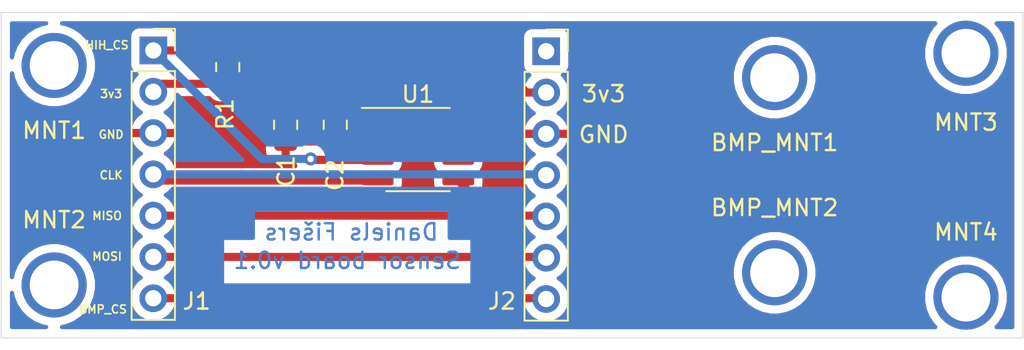
<source format=kicad_pcb>
(kicad_pcb (version 20171130) (host pcbnew "(5.1.2)-2")

  (general
    (thickness 1.6)
    (drawings 19)
    (tracks 33)
    (zones 0)
    (modules 12)
    (nets 12)
  )

  (page A4)
  (layers
    (0 F.Cu signal)
    (31 B.Cu signal)
    (32 B.Adhes user)
    (33 F.Adhes user)
    (34 B.Paste user)
    (35 F.Paste user)
    (36 B.SilkS user)
    (37 F.SilkS user)
    (38 B.Mask user)
    (39 F.Mask user)
    (40 Dwgs.User user)
    (41 Cmts.User user)
    (42 Eco1.User user)
    (43 Eco2.User user)
    (44 Edge.Cuts user)
    (45 Margin user)
    (46 B.CrtYd user)
    (47 F.CrtYd user)
    (48 B.Fab user)
    (49 F.Fab user hide)
  )

  (setup
    (last_trace_width 0.25)
    (trace_clearance 0.2)
    (zone_clearance 0.508)
    (zone_45_only no)
    (trace_min 0.2)
    (via_size 0.8)
    (via_drill 0.4)
    (via_min_size 0.4)
    (via_min_drill 0.3)
    (uvia_size 0.3)
    (uvia_drill 0.1)
    (uvias_allowed no)
    (uvia_min_size 0.2)
    (uvia_min_drill 0.1)
    (edge_width 0.05)
    (segment_width 0.2)
    (pcb_text_width 0.3)
    (pcb_text_size 1.5 1.5)
    (mod_edge_width 0.12)
    (mod_text_size 1 1)
    (mod_text_width 0.15)
    (pad_size 4 4)
    (pad_drill 3)
    (pad_to_mask_clearance 0.051)
    (solder_mask_min_width 0.25)
    (aux_axis_origin 0 0)
    (visible_elements 7FFFFFFF)
    (pcbplotparams
      (layerselection 0x010f0_ffffffff)
      (usegerberextensions false)
      (usegerberattributes false)
      (usegerberadvancedattributes false)
      (creategerberjobfile false)
      (excludeedgelayer true)
      (linewidth 0.100000)
      (plotframeref false)
      (viasonmask false)
      (mode 1)
      (useauxorigin false)
      (hpglpennumber 1)
      (hpglpenspeed 20)
      (hpglpendiameter 15.000000)
      (psnegative false)
      (psa4output false)
      (plotreference true)
      (plotvalue true)
      (plotinvisibletext false)
      (padsonsilk false)
      (subtractmaskfromsilk false)
      (outputformat 1)
      (mirror false)
      (drillshape 0)
      (scaleselection 1)
      (outputdirectory "Gerber/"))
  )

  (net 0 "")
  (net 1 VCC)
  (net 2 GND)
  (net 3 "Net-(C2-Pad2)")
  (net 4 /BMP280_CS)
  (net 5 /MOSI)
  (net 6 /MISO)
  (net 7 /CLK)
  (net 8 "Net-(J1-Pad1)")
  (net 9 "Net-(J2-Pad1)")
  (net 10 "Net-(U1-Pad7)")
  (net 11 "Net-(U1-Pad6)")

  (net_class Default "This is the default net class."
    (clearance 0.2)
    (trace_width 0.25)
    (via_dia 0.8)
    (via_drill 0.4)
    (uvia_dia 0.3)
    (uvia_drill 0.1)
    (add_net /BMP280_CS)
    (add_net /CLK)
    (add_net /MISO)
    (add_net /MOSI)
    (add_net GND)
    (add_net "Net-(C2-Pad2)")
    (add_net "Net-(J1-Pad1)")
    (add_net "Net-(J2-Pad1)")
    (add_net "Net-(U1-Pad6)")
    (add_net "Net-(U1-Pad7)")
    (add_net VCC)
  )

  (module MountingHole:MountingHole_3mm_Pad (layer F.Cu) (tedit 5D2F15DA) (tstamp 5D2F443B)
    (at 91.5 34.5)
    (descr "Mounting Hole 3mm")
    (tags "mounting hole 3mm")
    (attr virtual)
    (fp_text reference BMP_MNT2 (at 0 -4) (layer F.SilkS)
      (effects (font (size 1 1) (thickness 0.15)))
    )
    (fp_text value MountingHole_3mm_Pad (at 0 4) (layer F.Fab)
      (effects (font (size 1 1) (thickness 0.15)))
    )
    (fp_circle (center 0 0) (end 3.25 0) (layer F.CrtYd) (width 0.05))
    (fp_circle (center 0 0) (end 3 0) (layer Cmts.User) (width 0.15))
    (fp_text user %R (at 0.3 0) (layer F.Fab)
      (effects (font (size 1 1) (thickness 0.15)))
    )
    (pad 2 thru_hole circle (at 0 0) (size 4 4) (drill 3) (layers *.Cu *.Mask))
  )

  (module MountingHole:MountingHole_3mm_Pad (layer F.Cu) (tedit 5D2F15D5) (tstamp 5D2F4424)
    (at 91.5 22.5)
    (descr "Mounting Hole 3mm")
    (tags "mounting hole 3mm")
    (attr virtual)
    (fp_text reference BMP_MNT1 (at 0 4) (layer F.SilkS)
      (effects (font (size 1 1) (thickness 0.15)))
    )
    (fp_text value MountingHole_3mm_Pad (at 0 4) (layer F.Fab)
      (effects (font (size 1 1) (thickness 0.15)))
    )
    (fp_text user %R (at 0.3 0) (layer F.Fab)
      (effects (font (size 1 1) (thickness 0.15)))
    )
    (fp_circle (center 0 0) (end 3 0) (layer Cmts.User) (width 0.15))
    (fp_circle (center 0 0) (end 3.25 0) (layer F.CrtYd) (width 0.05))
    (pad 1 thru_hole circle (at 0 0) (size 4 4) (drill 3) (layers *.Cu *.Mask))
  )

  (module Package_SO:SOIC-8_3.9x4.9mm_P1.27mm (layer F.Cu) (tedit 5D2F106C) (tstamp 5D2F1328)
    (at 69.596 26.924)
    (descr "SOIC, 8 Pin (JEDEC MS-012AA, https://www.analog.com/media/en/package-pcb-resources/package/pkg_pdf/soic_narrow-r/r_8.pdf), generated with kicad-footprint-generator ipc_gullwing_generator.py")
    (tags "SOIC SO")
    (path /5D2E2E9A)
    (attr smd)
    (fp_text reference U1 (at 0 -3.4) (layer F.SilkS)
      (effects (font (size 1 1) (thickness 0.15)))
    )
    (fp_text value HIH8130 (at 0 3.4) (layer F.Fab)
      (effects (font (size 1 1) (thickness 0.15)))
    )
    (fp_text user %R (at 0 0) (layer F.Fab)
      (effects (font (size 0.98 0.98) (thickness 0.15)))
    )
    (fp_line (start 3.7 -2.7) (end -3.7 -2.7) (layer F.CrtYd) (width 0.05))
    (fp_line (start 3.7 2.7) (end 3.7 -2.7) (layer F.CrtYd) (width 0.05))
    (fp_line (start -3.7 2.7) (end 3.7 2.7) (layer F.CrtYd) (width 0.05))
    (fp_line (start -3.7 -2.7) (end -3.7 2.7) (layer F.CrtYd) (width 0.05))
    (fp_line (start -1.95 -1.475) (end -0.975 -2.45) (layer F.Fab) (width 0.1))
    (fp_line (start -1.95 2.45) (end -1.95 -1.475) (layer F.Fab) (width 0.1))
    (fp_line (start 1.95 2.45) (end -1.95 2.45) (layer F.Fab) (width 0.1))
    (fp_line (start 1.95 -2.45) (end 1.95 2.45) (layer F.Fab) (width 0.1))
    (fp_line (start -0.975 -2.45) (end 1.95 -2.45) (layer F.Fab) (width 0.1))
    (fp_line (start 0 -2.56) (end -3.45 -2.56) (layer F.SilkS) (width 0.12))
    (fp_line (start 0 -2.56) (end 1.95 -2.56) (layer F.SilkS) (width 0.12))
    (fp_line (start 0 2.56) (end -1.95 2.56) (layer F.SilkS) (width 0.12))
    (fp_line (start 0 2.56) (end 1.95 2.56) (layer F.SilkS) (width 0.12))
    (pad 8 smd roundrect (at 2.475 -1.905) (size 1.95 0.6) (layers F.Cu F.Paste F.Mask) (roundrect_rratio 0.25)
      (net 1 VCC))
    (pad 7 smd roundrect (at 2.475 -0.635) (size 1.95 0.6) (layers F.Cu F.Paste F.Mask) (roundrect_rratio 0.25)
      (net 10 "Net-(U1-Pad7)"))
    (pad 6 smd roundrect (at 2.475 0.635) (size 1.95 0.6) (layers F.Cu F.Paste F.Mask) (roundrect_rratio 0.25)
      (net 11 "Net-(U1-Pad6)"))
    (pad 5 smd roundrect (at 2.475 1.905) (size 1.95 0.6) (layers F.Cu F.Paste F.Mask) (roundrect_rratio 0.25)
      (net 6 /MISO))
    (pad 4 smd roundrect (at -2.475 1.905) (size 1.95 0.6) (layers F.Cu F.Paste F.Mask) (roundrect_rratio 0.25)
      (net 7 /CLK))
    (pad 3 smd roundrect (at -2.475 0.635) (size 1.95 0.6) (layers F.Cu F.Paste F.Mask) (roundrect_rratio 0.25)
      (net 8 "Net-(J1-Pad1)"))
    (pad 2 smd roundrect (at -2.475 -0.635) (size 1.95 0.6) (layers F.Cu F.Paste F.Mask) (roundrect_rratio 0.25)
      (net 2 GND))
    (pad 1 smd roundrect (at -2.475 -1.905) (size 1.95 0.6) (layers F.Cu F.Paste F.Mask) (roundrect_rratio 0.25)
      (net 3 "Net-(C2-Pad2)"))
    (model ${KISYS3DMOD}/Package_SO.3dshapes/SOIC-8_3.9x4.9mm_P1.27mm.wrl
      (at (xyz 0 0 0))
      (scale (xyz 1 1 1))
      (rotate (xyz 0 0 0))
    )
  )

  (module MountingHole:MountingHole_3mm_Pad (layer F.Cu) (tedit 5D2F0628) (tstamp 5D2F3EB8)
    (at 103.25 21)
    (descr "Mounting Hole 3mm")
    (tags "mounting hole 3mm")
    (attr virtual)
    (fp_text reference MNT3 (at 0 4.25) (layer F.SilkS)
      (effects (font (size 1 1) (thickness 0.15)))
    )
    (fp_text value MountingHole_3mm_Pad (at 0 4) (layer F.Fab)
      (effects (font (size 1 1) (thickness 0.15)))
    )
    (fp_text user %R (at 0.3 0) (layer F.Fab)
      (effects (font (size 1 1) (thickness 0.15)))
    )
    (fp_circle (center 0 0) (end 3 0) (layer Cmts.User) (width 0.15))
    (fp_circle (center 0 0) (end 3.25 0) (layer F.CrtYd) (width 0.05))
    (pad 3 thru_hole circle (at 0 0) (size 4 4) (drill 3) (layers *.Cu *.Mask))
  )

  (module MountingHole:MountingHole_3mm_Pad (layer F.Cu) (tedit 5D2F062E) (tstamp 5D2F3EB1)
    (at 103.25 36)
    (descr "Mounting Hole 3mm")
    (tags "mounting hole 3mm")
    (attr virtual)
    (fp_text reference MNT4 (at 0 -4) (layer F.SilkS)
      (effects (font (size 1 1) (thickness 0.15)))
    )
    (fp_text value MountingHole_3mm_Pad (at 0 4) (layer F.Fab)
      (effects (font (size 1 1) (thickness 0.15)))
    )
    (fp_circle (center 0 0) (end 3.25 0) (layer F.CrtYd) (width 0.05))
    (fp_circle (center 0 0) (end 3 0) (layer Cmts.User) (width 0.15))
    (fp_text user %R (at 0.3 0) (layer F.Fab)
      (effects (font (size 1 1) (thickness 0.15)))
    )
    (pad 4 thru_hole circle (at 0 0) (size 4 4) (drill 3) (layers *.Cu *.Mask))
  )

  (module MountingHole:MountingHole_3mm_Pad (layer F.Cu) (tedit 5D2F0241) (tstamp 5D2F3DB9)
    (at 47.25 35.25)
    (descr "Mounting Hole 3mm")
    (tags "mounting hole 3mm")
    (attr virtual)
    (fp_text reference MNT2 (at 0 -4) (layer F.SilkS)
      (effects (font (size 1 1) (thickness 0.15)))
    )
    (fp_text value MountingHole_3mm_Pad (at 0 4) (layer F.Fab)
      (effects (font (size 1 1) (thickness 0.15)))
    )
    (fp_text user %R (at 0.3 0) (layer F.Fab)
      (effects (font (size 1 1) (thickness 0.15)))
    )
    (fp_circle (center 0 0) (end 3 0) (layer Cmts.User) (width 0.15))
    (fp_circle (center 0 0) (end 3.25 0) (layer F.CrtYd) (width 0.05))
    (pad 2 thru_hole circle (at 0 0) (size 4 4) (drill 3) (layers *.Cu *.Mask))
  )

  (module MountingHole:MountingHole_3mm_Pad (layer F.Cu) (tedit 5D2F01B9) (tstamp 5D2F3DA0)
    (at 47.25 21.75)
    (descr "Mounting Hole 3mm")
    (tags "mounting hole 3mm")
    (attr virtual)
    (fp_text reference MNT1 (at 0 4) (layer F.SilkS)
      (effects (font (size 1 1) (thickness 0.15)))
    )
    (fp_text value MountingHole_3mm_Pad (at 0 4) (layer F.Fab)
      (effects (font (size 1 1) (thickness 0.15)))
    )
    (fp_circle (center 0 0) (end 3.25 0) (layer F.CrtYd) (width 0.05))
    (fp_circle (center 0 0) (end 3 0) (layer Cmts.User) (width 0.15))
    (fp_text user %R (at 0.3 0) (layer F.Fab)
      (effects (font (size 1 1) (thickness 0.15)))
    )
    (pad 1 thru_hole circle (at 0 0) (size 4 4) (drill 3) (layers *.Cu *.Mask))
  )

  (module Resistor_SMD:R_0805_2012Metric_Pad1.15x1.40mm_HandSolder (layer F.Cu) (tedit 5B36C52B) (tstamp 5D2F130E)
    (at 57.912 21.853 90)
    (descr "Resistor SMD 0805 (2012 Metric), square (rectangular) end terminal, IPC_7351 nominal with elongated pad for handsoldering. (Body size source: https://docs.google.com/spreadsheets/d/1BsfQQcO9C6DZCsRaXUlFlo91Tg2WpOkGARC1WS5S8t0/edit?usp=sharing), generated with kicad-footprint-generator")
    (tags "resistor handsolder")
    (path /5D30D206)
    (attr smd)
    (fp_text reference R1 (at -2.897 -0.162 90) (layer F.SilkS)
      (effects (font (size 1 1) (thickness 0.15)))
    )
    (fp_text value R_Small (at 0 1.65 90) (layer F.Fab)
      (effects (font (size 1 1) (thickness 0.15)))
    )
    (fp_text user %R (at 0 0 90) (layer F.Fab)
      (effects (font (size 0.5 0.5) (thickness 0.08)))
    )
    (fp_line (start 1.85 0.95) (end -1.85 0.95) (layer F.CrtYd) (width 0.05))
    (fp_line (start 1.85 -0.95) (end 1.85 0.95) (layer F.CrtYd) (width 0.05))
    (fp_line (start -1.85 -0.95) (end 1.85 -0.95) (layer F.CrtYd) (width 0.05))
    (fp_line (start -1.85 0.95) (end -1.85 -0.95) (layer F.CrtYd) (width 0.05))
    (fp_line (start -0.261252 0.71) (end 0.261252 0.71) (layer F.SilkS) (width 0.12))
    (fp_line (start -0.261252 -0.71) (end 0.261252 -0.71) (layer F.SilkS) (width 0.12))
    (fp_line (start 1 0.6) (end -1 0.6) (layer F.Fab) (width 0.1))
    (fp_line (start 1 -0.6) (end 1 0.6) (layer F.Fab) (width 0.1))
    (fp_line (start -1 -0.6) (end 1 -0.6) (layer F.Fab) (width 0.1))
    (fp_line (start -1 0.6) (end -1 -0.6) (layer F.Fab) (width 0.1))
    (pad 2 smd roundrect (at 1.025 0 90) (size 1.15 1.4) (layers F.Cu F.Paste F.Mask) (roundrect_rratio 0.217391)
      (net 8 "Net-(J1-Pad1)"))
    (pad 1 smd roundrect (at -1.025 0 90) (size 1.15 1.4) (layers F.Cu F.Paste F.Mask) (roundrect_rratio 0.217391)
      (net 1 VCC))
    (model ${KISYS3DMOD}/Resistor_SMD.3dshapes/R_0805_2012Metric.wrl
      (at (xyz 0 0 0))
      (scale (xyz 1 1 1))
      (rotate (xyz 0 0 0))
    )
  )

  (module Connector_PinSocket_2.54mm:PinSocket_1x07_P2.54mm_Vertical (layer F.Cu) (tedit 5A19A433) (tstamp 5D2F12FD)
    (at 77.47 20.875001)
    (descr "Through hole straight socket strip, 1x07, 2.54mm pitch, single row (from Kicad 4.0.7), script generated")
    (tags "Through hole socket strip THT 1x07 2.54mm single row")
    (path /5D30A9DC)
    (fp_text reference J2 (at -2.72 15.374999) (layer F.SilkS)
      (effects (font (size 1 1) (thickness 0.15)))
    )
    (fp_text value bmp280 (at 5.03 15.124999) (layer F.Fab)
      (effects (font (size 1 1) (thickness 0.15)))
    )
    (fp_text user %R (at 1.829999 7.064999 90) (layer F.Fab)
      (effects (font (size 1 1) (thickness 0.15)))
    )
    (fp_line (start -1.8 17) (end -1.8 -1.8) (layer F.CrtYd) (width 0.05))
    (fp_line (start 1.75 17) (end -1.8 17) (layer F.CrtYd) (width 0.05))
    (fp_line (start 1.75 -1.8) (end 1.75 17) (layer F.CrtYd) (width 0.05))
    (fp_line (start -1.8 -1.8) (end 1.75 -1.8) (layer F.CrtYd) (width 0.05))
    (fp_line (start 0 -1.33) (end 1.33 -1.33) (layer F.SilkS) (width 0.12))
    (fp_line (start 1.33 -1.33) (end 1.33 0) (layer F.SilkS) (width 0.12))
    (fp_line (start 1.33 1.27) (end 1.33 16.57) (layer F.SilkS) (width 0.12))
    (fp_line (start -1.33 16.57) (end 1.33 16.57) (layer F.SilkS) (width 0.12))
    (fp_line (start -1.33 1.27) (end -1.33 16.57) (layer F.SilkS) (width 0.12))
    (fp_line (start -1.33 1.27) (end 1.33 1.27) (layer F.SilkS) (width 0.12))
    (fp_line (start -1.27 16.51) (end -1.27 -1.27) (layer F.Fab) (width 0.1))
    (fp_line (start 1.27 16.51) (end -1.27 16.51) (layer F.Fab) (width 0.1))
    (fp_line (start 1.27 -0.635) (end 1.27 16.51) (layer F.Fab) (width 0.1))
    (fp_line (start 0.635 -1.27) (end 1.27 -0.635) (layer F.Fab) (width 0.1))
    (fp_line (start -1.27 -1.27) (end 0.635 -1.27) (layer F.Fab) (width 0.1))
    (pad 7 thru_hole oval (at 0 15.24) (size 1.7 1.7) (drill 1) (layers *.Cu *.Mask)
      (net 4 /BMP280_CS))
    (pad 6 thru_hole oval (at 0 12.7) (size 1.7 1.7) (drill 1) (layers *.Cu *.Mask)
      (net 5 /MOSI))
    (pad 5 thru_hole oval (at 0 10.16) (size 1.7 1.7) (drill 1) (layers *.Cu *.Mask)
      (net 6 /MISO))
    (pad 4 thru_hole oval (at 0 7.62) (size 1.7 1.7) (drill 1) (layers *.Cu *.Mask)
      (net 7 /CLK))
    (pad 3 thru_hole oval (at 0 5.08) (size 1.7 1.7) (drill 1) (layers *.Cu *.Mask)
      (net 2 GND))
    (pad 2 thru_hole oval (at 0 2.54) (size 1.7 1.7) (drill 1) (layers *.Cu *.Mask)
      (net 1 VCC))
    (pad 1 thru_hole rect (at 0 0) (size 1.7 1.7) (drill 1) (layers *.Cu *.Mask)
      (net 9 "Net-(J2-Pad1)"))
    (model ${KISYS3DMOD}/Connector_PinSocket_2.54mm.3dshapes/PinSocket_1x07_P2.54mm_Vertical.wrl
      (at (xyz 0 0 0))
      (scale (xyz 1 1 1))
      (rotate (xyz 0 0 0))
    )
  )

  (module Connector_PinSocket_2.54mm:PinSocket_1x07_P2.54mm_Vertical (layer F.Cu) (tedit 5A19A433) (tstamp 5D2F12E2)
    (at 53.34 20.828)
    (descr "Through hole straight socket strip, 1x07, 2.54mm pitch, single row (from Kicad 4.0.7), script generated")
    (tags "Through hole socket strip THT 1x07 2.54mm single row")
    (path /5D2E4808)
    (fp_text reference J1 (at 2.66 15.422) (layer F.SilkS)
      (effects (font (size 1 1) (thickness 0.15)))
    )
    (fp_text value Conn_01x07_Female (at 9.41 16.672) (layer F.Fab)
      (effects (font (size 1 1) (thickness 0.15)))
    )
    (fp_text user %R (at 0 7.62 90) (layer F.Fab)
      (effects (font (size 1 1) (thickness 0.15)))
    )
    (fp_line (start -1.8 17) (end -1.8 -1.8) (layer F.CrtYd) (width 0.05))
    (fp_line (start 1.75 17) (end -1.8 17) (layer F.CrtYd) (width 0.05))
    (fp_line (start 1.75 -1.8) (end 1.75 17) (layer F.CrtYd) (width 0.05))
    (fp_line (start -1.8 -1.8) (end 1.75 -1.8) (layer F.CrtYd) (width 0.05))
    (fp_line (start 0 -1.33) (end 1.33 -1.33) (layer F.SilkS) (width 0.12))
    (fp_line (start 1.33 -1.33) (end 1.33 0) (layer F.SilkS) (width 0.12))
    (fp_line (start 1.33 1.27) (end 1.33 16.57) (layer F.SilkS) (width 0.12))
    (fp_line (start -1.33 16.57) (end 1.33 16.57) (layer F.SilkS) (width 0.12))
    (fp_line (start -1.33 1.27) (end -1.33 16.57) (layer F.SilkS) (width 0.12))
    (fp_line (start -1.33 1.27) (end 1.33 1.27) (layer F.SilkS) (width 0.12))
    (fp_line (start -1.27 16.51) (end -1.27 -1.27) (layer F.Fab) (width 0.1))
    (fp_line (start 1.27 16.51) (end -1.27 16.51) (layer F.Fab) (width 0.1))
    (fp_line (start 1.27 -0.635) (end 1.27 16.51) (layer F.Fab) (width 0.1))
    (fp_line (start 0.635 -1.27) (end 1.27 -0.635) (layer F.Fab) (width 0.1))
    (fp_line (start -1.27 -1.27) (end 0.635 -1.27) (layer F.Fab) (width 0.1))
    (pad 7 thru_hole oval (at 0 15.24) (size 1.7 1.7) (drill 1) (layers *.Cu *.Mask)
      (net 4 /BMP280_CS))
    (pad 6 thru_hole oval (at 0 12.7) (size 1.7 1.7) (drill 1) (layers *.Cu *.Mask)
      (net 5 /MOSI))
    (pad 5 thru_hole oval (at 0 10.16) (size 1.7 1.7) (drill 1) (layers *.Cu *.Mask)
      (net 6 /MISO))
    (pad 4 thru_hole oval (at 0 7.62) (size 1.7 1.7) (drill 1) (layers *.Cu *.Mask)
      (net 7 /CLK))
    (pad 3 thru_hole oval (at 0 5.08) (size 1.7 1.7) (drill 1) (layers *.Cu *.Mask)
      (net 2 GND))
    (pad 2 thru_hole oval (at 0 2.54) (size 1.7 1.7) (drill 1) (layers *.Cu *.Mask)
      (net 1 VCC))
    (pad 1 thru_hole rect (at 0 0) (size 1.7 1.7) (drill 1) (layers *.Cu *.Mask)
      (net 8 "Net-(J1-Pad1)"))
    (model ${KISYS3DMOD}/Connector_PinSocket_2.54mm.3dshapes/PinSocket_1x07_P2.54mm_Vertical.wrl
      (at (xyz 0 0 0))
      (scale (xyz 1 1 1))
      (rotate (xyz 0 0 0))
    )
  )

  (module Capacitor_SMD:C_0805_2012Metric_Pad1.15x1.40mm_HandSolder (layer F.Cu) (tedit 5B36C52B) (tstamp 5D2F12C7)
    (at 64.516 25.4 90)
    (descr "Capacitor SMD 0805 (2012 Metric), square (rectangular) end terminal, IPC_7351 nominal with elongated pad for handsoldering. (Body size source: https://docs.google.com/spreadsheets/d/1BsfQQcO9C6DZCsRaXUlFlo91Tg2WpOkGARC1WS5S8t0/edit?usp=sharing), generated with kicad-footprint-generator")
    (tags "capacitor handsolder")
    (path /5D2EBE64)
    (attr smd)
    (fp_text reference C2 (at -3.1 -0.016 90) (layer F.SilkS)
      (effects (font (size 1 1) (thickness 0.15)))
    )
    (fp_text value C_Small (at 0 1.65 90) (layer F.Fab)
      (effects (font (size 1 1) (thickness 0.15)))
    )
    (fp_text user %R (at 0 0 90) (layer F.Fab)
      (effects (font (size 0.5 0.5) (thickness 0.08)))
    )
    (fp_line (start 1.85 0.95) (end -1.85 0.95) (layer F.CrtYd) (width 0.05))
    (fp_line (start 1.85 -0.95) (end 1.85 0.95) (layer F.CrtYd) (width 0.05))
    (fp_line (start -1.85 -0.95) (end 1.85 -0.95) (layer F.CrtYd) (width 0.05))
    (fp_line (start -1.85 0.95) (end -1.85 -0.95) (layer F.CrtYd) (width 0.05))
    (fp_line (start -0.261252 0.71) (end 0.261252 0.71) (layer F.SilkS) (width 0.12))
    (fp_line (start -0.261252 -0.71) (end 0.261252 -0.71) (layer F.SilkS) (width 0.12))
    (fp_line (start 1 0.6) (end -1 0.6) (layer F.Fab) (width 0.1))
    (fp_line (start 1 -0.6) (end 1 0.6) (layer F.Fab) (width 0.1))
    (fp_line (start -1 -0.6) (end 1 -0.6) (layer F.Fab) (width 0.1))
    (fp_line (start -1 0.6) (end -1 -0.6) (layer F.Fab) (width 0.1))
    (pad 2 smd roundrect (at 1.025 0 90) (size 1.15 1.4) (layers F.Cu F.Paste F.Mask) (roundrect_rratio 0.217391)
      (net 3 "Net-(C2-Pad2)"))
    (pad 1 smd roundrect (at -1.025 0 90) (size 1.15 1.4) (layers F.Cu F.Paste F.Mask) (roundrect_rratio 0.217391)
      (net 2 GND))
    (model ${KISYS3DMOD}/Capacitor_SMD.3dshapes/C_0805_2012Metric.wrl
      (at (xyz 0 0 0))
      (scale (xyz 1 1 1))
      (rotate (xyz 0 0 0))
    )
  )

  (module Capacitor_SMD:C_0805_2012Metric_Pad1.15x1.40mm_HandSolder (layer F.Cu) (tedit 5B36C52B) (tstamp 5D2F12B6)
    (at 61.468 25.4 90)
    (descr "Capacitor SMD 0805 (2012 Metric), square (rectangular) end terminal, IPC_7351 nominal with elongated pad for handsoldering. (Body size source: https://docs.google.com/spreadsheets/d/1BsfQQcO9C6DZCsRaXUlFlo91Tg2WpOkGARC1WS5S8t0/edit?usp=sharing), generated with kicad-footprint-generator")
    (tags "capacitor handsolder")
    (path /5D302AFD)
    (attr smd)
    (fp_text reference C1 (at -2.85 0.032 90) (layer F.SilkS)
      (effects (font (size 1 1) (thickness 0.15)))
    )
    (fp_text value C_Small (at 0 1.65 90) (layer F.Fab)
      (effects (font (size 1 1) (thickness 0.15)))
    )
    (fp_text user %R (at 0 0 90) (layer F.Fab)
      (effects (font (size 0.5 0.5) (thickness 0.08)))
    )
    (fp_line (start 1.85 0.95) (end -1.85 0.95) (layer F.CrtYd) (width 0.05))
    (fp_line (start 1.85 -0.95) (end 1.85 0.95) (layer F.CrtYd) (width 0.05))
    (fp_line (start -1.85 -0.95) (end 1.85 -0.95) (layer F.CrtYd) (width 0.05))
    (fp_line (start -1.85 0.95) (end -1.85 -0.95) (layer F.CrtYd) (width 0.05))
    (fp_line (start -0.261252 0.71) (end 0.261252 0.71) (layer F.SilkS) (width 0.12))
    (fp_line (start -0.261252 -0.71) (end 0.261252 -0.71) (layer F.SilkS) (width 0.12))
    (fp_line (start 1 0.6) (end -1 0.6) (layer F.Fab) (width 0.1))
    (fp_line (start 1 -0.6) (end 1 0.6) (layer F.Fab) (width 0.1))
    (fp_line (start -1 -0.6) (end 1 -0.6) (layer F.Fab) (width 0.1))
    (fp_line (start -1 0.6) (end -1 -0.6) (layer F.Fab) (width 0.1))
    (pad 2 smd roundrect (at 1.025 0 90) (size 1.15 1.4) (layers F.Cu F.Paste F.Mask) (roundrect_rratio 0.217391)
      (net 1 VCC))
    (pad 1 smd roundrect (at -1.025 0 90) (size 1.15 1.4) (layers F.Cu F.Paste F.Mask) (roundrect_rratio 0.217391)
      (net 2 GND))
    (model ${KISYS3DMOD}/Capacitor_SMD.3dshapes/C_0805_2012Metric.wrl
      (at (xyz 0 0 0))
      (scale (xyz 1 1 1))
      (rotate (xyz 0 0 0))
    )
  )

  (gr_line (start 44 38.5) (end 44 18.5) (layer Edge.Cuts) (width 0.05) (tstamp 5D414DAC))
  (gr_line (start 106.75 38.5) (end 44 38.5) (layer Edge.Cuts) (width 0.05))
  (gr_line (start 106.75 18.5) (end 106.75 38.5) (layer Edge.Cuts) (width 0.05))
  (gr_line (start 44 18.5) (end 106.75 18.5) (layer Edge.Cuts) (width 0.05))
  (gr_text GND (at 81 26) (layer F.SilkS) (tstamp 5D2F463C)
    (effects (font (size 1 1) (thickness 0.15)))
  )
  (gr_text "Sensor board v0.1" (at 65.25 33.75) (layer B.Cu)
    (effects (font (size 1 1) (thickness 0.15)) (justify mirror))
  )
  (gr_text "Daniels Fišers" (at 65.5 32) (layer B.Cu)
    (effects (font (size 1 1) (thickness 0.15)) (justify mirror))
  )
  (gr_text BMP_CS (at 50.25 36.75) (layer F.SilkS) (tstamp 5D2F3FD7)
    (effects (font (size 0.5 0.5) (thickness 0.1)))
  )
  (gr_text MOSI (at 50.5 33.5) (layer F.SilkS) (tstamp 5D2F3FD4)
    (effects (font (size 0.5 0.5) (thickness 0.1)))
  )
  (gr_text MISO (at 50.5 31) (layer F.SilkS) (tstamp 5D2F3FD0)
    (effects (font (size 0.5 0.5) (thickness 0.1)))
  )
  (gr_text CLK (at 50.75 28.5) (layer F.SilkS) (tstamp 5D2F3FCD)
    (effects (font (size 0.5 0.5) (thickness 0.1)))
  )
  (gr_text GND (at 50.75 26) (layer F.SilkS) (tstamp 5D2F3FCA)
    (effects (font (size 0.5 0.5) (thickness 0.1)))
  )
  (gr_text 3v3 (at 50.75 23.5) (layer F.SilkS) (tstamp 5D2F3FC2)
    (effects (font (size 0.5 0.5) (thickness 0.1)))
  )
  (gr_text HIH_CS (at 50.5 20.5) (layer F.SilkS)
    (effects (font (size 0.5 0.5) (thickness 0.1)))
  )
  (gr_text 3v3 (at 81 23.5) (layer F.SilkS)
    (effects (font (size 1 1) (thickness 0.15)))
  )
  (gr_line (start 106.75 38.5) (end 44 38.5) (layer Margin) (width 0.15) (tstamp 5D2F39A4))
  (gr_line (start 106.75 18.5) (end 106.75 38.5) (layer Margin) (width 0.15))
  (gr_line (start 44 18.5) (end 106.75 18.5) (layer Margin) (width 0.15))
  (gr_line (start 44 18.5) (end 44 38.5) (layer Margin) (width 0.15))

  (segment (start 74.186 22.904) (end 74.186 22.878) (width 0.5) (layer F.Cu) (net 1))
  (segment (start 72.071 25.019) (end 74.186 22.904) (width 0.5) (layer F.Cu) (net 1) (status 10))
  (segment (start 59.971 22.878) (end 59.418 22.878) (width 0.5) (layer F.Cu) (net 1))
  (segment (start 61.468 24.375) (end 59.971 22.878) (width 0.5) (layer F.Cu) (net 1) (status 10))
  (segment (start 57.912 22.878) (end 59.418 22.878) (width 0.5) (layer F.Cu) (net 1) (status 10))
  (segment (start 59.418 22.878) (end 74.186 22.878) (width 0.5) (layer F.Cu) (net 1))
  (segment (start 75.756918 22.904) (end 74.186 22.904) (width 0.5) (layer F.Cu) (net 1))
  (segment (start 76.267919 23.415001) (end 75.756918 22.904) (width 0.5) (layer F.Cu) (net 1))
  (segment (start 77.47 23.415001) (end 76.267919 23.415001) (width 0.5) (layer F.Cu) (net 1) (status 10))
  (segment (start 53.83 22.878) (end 53.34 23.368) (width 0.5) (layer F.Cu) (net 1) (status 30))
  (segment (start 57.912 22.878) (end 53.83 22.878) (width 0.5) (layer F.Cu) (net 1) (status 30))
  (segment (start 64.652 26.289) (end 64.516 26.425) (width 0.5) (layer F.Cu) (net 2) (status 30))
  (segment (start 67.121 26.289) (end 64.652 26.289) (width 0.5) (layer F.Cu) (net 2) (status 30))
  (segment (start 64.516 26.425) (end 61.468 26.425) (width 0.5) (layer F.Cu) (net 2) (status 30))
  (segment (start 66.477 24.375) (end 67.121 25.019) (width 0.5) (layer F.Cu) (net 3) (status 20))
  (segment (start 64.516 24.375) (end 66.477 24.375) (width 0.5) (layer F.Cu) (net 3) (status 10))
  (segment (start 77.422999 36.068) (end 77.47 36.115001) (width 0.5) (layer F.Cu) (net 4) (status 30))
  (segment (start 53.34 36.068) (end 77.422999 36.068) (width 0.5) (layer F.Cu) (net 4) (status 30))
  (segment (start 77.422999 33.528) (end 77.47 33.575001) (width 0.5) (layer F.Cu) (net 5) (status 30))
  (segment (start 53.34 33.528) (end 77.422999 33.528) (width 0.5) (layer F.Cu) (net 5) (status 30))
  (segment (start 72.071 28.829) (end 74.168 30.926) (width 0.5) (layer F.Cu) (net 6) (status 10))
  (segment (start 77.422999 30.988) (end 77.47 31.035001) (width 0.5) (layer F.Cu) (net 6) (status 30))
  (segment (start 53.34 30.988) (end 77.422999 30.988) (width 0.5) (layer F.Cu) (net 6) (status 30))
  (segment (start 53.721 28.829) (end 53.34 28.448) (width 0.5) (layer F.Cu) (net 7) (status 30))
  (segment (start 67.121 28.829) (end 53.721 28.829) (width 0.5) (layer F.Cu) (net 7) (status 30))
  (segment (start 77.422999 28.448) (end 77.47 28.495001) (width 0.5) (layer B.Cu) (net 7) (status 30))
  (segment (start 53.34 28.448) (end 77.422999 28.448) (width 0.5) (layer B.Cu) (net 7) (status 30))
  (segment (start 53.34 20.828) (end 57.912 20.828) (width 0.5) (layer F.Cu) (net 8) (status 30))
  (via (at 63 27.5) (size 0.8) (drill 0.4) (layers F.Cu B.Cu) (net 8))
  (segment (start 67.121 27.559) (end 63.059 27.559) (width 0.5) (layer F.Cu) (net 8) (status 10))
  (segment (start 63.059 27.559) (end 63 27.5) (width 0.5) (layer F.Cu) (net 8))
  (segment (start 60.012 27.5) (end 53.34 20.828) (width 0.5) (layer B.Cu) (net 8) (status 20))
  (segment (start 63 27.5) (end 60.012 27.5) (width 0.5) (layer B.Cu) (net 8))

  (zone (net 2) (net_name GND) (layer F.Cu) (tstamp 5D2F479F) (hatch edge 0.508)
    (connect_pads (clearance 0.508))
    (min_thickness 0.254)
    (fill yes (arc_segments 32) (thermal_gap 0.508) (thermal_bridge_width 0.508))
    (polygon
      (pts
        (xy 44 18.5) (xy 106.75 18.5) (xy 106.75 38.5) (xy 44 38.5)
      )
    )
    (filled_polygon
      (pts
        (xy 101.203262 19.320285) (xy 100.914893 19.751859) (xy 100.716261 20.231399) (xy 100.615 20.740475) (xy 100.615 21.259525)
        (xy 100.716261 21.768601) (xy 100.914893 22.248141) (xy 101.203262 22.679715) (xy 101.570285 23.046738) (xy 102.001859 23.335107)
        (xy 102.481399 23.533739) (xy 102.990475 23.635) (xy 103.509525 23.635) (xy 104.018601 23.533739) (xy 104.498141 23.335107)
        (xy 104.929715 23.046738) (xy 105.296738 22.679715) (xy 105.585107 22.248141) (xy 105.783739 21.768601) (xy 105.885 21.259525)
        (xy 105.885 20.740475) (xy 105.783739 20.231399) (xy 105.585107 19.751859) (xy 105.296738 19.320285) (xy 105.136453 19.16)
        (xy 106.09 19.16) (xy 106.090001 37.84) (xy 105.136453 37.84) (xy 105.296738 37.679715) (xy 105.585107 37.248141)
        (xy 105.783739 36.768601) (xy 105.885 36.259525) (xy 105.885 35.740475) (xy 105.783739 35.231399) (xy 105.585107 34.751859)
        (xy 105.296738 34.320285) (xy 104.929715 33.953262) (xy 104.498141 33.664893) (xy 104.018601 33.466261) (xy 103.509525 33.365)
        (xy 102.990475 33.365) (xy 102.481399 33.466261) (xy 102.001859 33.664893) (xy 101.570285 33.953262) (xy 101.203262 34.320285)
        (xy 100.914893 34.751859) (xy 100.716261 35.231399) (xy 100.615 35.740475) (xy 100.615 36.259525) (xy 100.716261 36.768601)
        (xy 100.914893 37.248141) (xy 101.203262 37.679715) (xy 101.363547 37.84) (xy 47.735756 37.84) (xy 48.018601 37.783739)
        (xy 48.498141 37.585107) (xy 48.929715 37.296738) (xy 49.296738 36.929715) (xy 49.585107 36.498141) (xy 49.783739 36.018601)
        (xy 49.885 35.509525) (xy 49.885 34.990475) (xy 49.783739 34.481399) (xy 49.585107 34.001859) (xy 49.296738 33.570285)
        (xy 48.929715 33.203262) (xy 48.498141 32.914893) (xy 48.018601 32.716261) (xy 47.509525 32.615) (xy 46.990475 32.615)
        (xy 46.481399 32.716261) (xy 46.001859 32.914893) (xy 45.570285 33.203262) (xy 45.203262 33.570285) (xy 44.914893 34.001859)
        (xy 44.716261 34.481399) (xy 44.66 34.764244) (xy 44.66 22.235756) (xy 44.716261 22.518601) (xy 44.914893 22.998141)
        (xy 45.203262 23.429715) (xy 45.570285 23.796738) (xy 46.001859 24.085107) (xy 46.481399 24.283739) (xy 46.990475 24.385)
        (xy 47.509525 24.385) (xy 48.018601 24.283739) (xy 48.498141 24.085107) (xy 48.929715 23.796738) (xy 49.296738 23.429715)
        (xy 49.337974 23.368) (xy 51.847815 23.368) (xy 51.876487 23.659111) (xy 51.961401 23.939034) (xy 52.099294 24.197014)
        (xy 52.284866 24.423134) (xy 52.510986 24.608706) (xy 52.575523 24.643201) (xy 52.458645 24.712822) (xy 52.242412 24.907731)
        (xy 52.068359 25.14108) (xy 51.943175 25.403901) (xy 51.898524 25.55111) (xy 52.019845 25.781) (xy 53.213 25.781)
        (xy 53.213 25.761) (xy 53.467 25.761) (xy 53.467 25.781) (xy 54.660155 25.781) (xy 54.781476 25.55111)
        (xy 54.736825 25.403901) (xy 54.611641 25.14108) (xy 54.437588 24.907731) (xy 54.221355 24.712822) (xy 54.104477 24.643201)
        (xy 54.169014 24.608706) (xy 54.395134 24.423134) (xy 54.580706 24.197014) (xy 54.718599 23.939034) (xy 54.771999 23.763)
        (xy 56.778263 23.763) (xy 56.834038 23.830962) (xy 56.968613 23.941405) (xy 57.122149 24.023472) (xy 57.288745 24.074008)
        (xy 57.461999 24.091072) (xy 58.362001 24.091072) (xy 58.535255 24.074008) (xy 58.701851 24.023472) (xy 58.855387 23.941405)
        (xy 58.989962 23.830962) (xy 59.045737 23.763) (xy 59.604422 23.763) (xy 60.129928 24.288507) (xy 60.129928 24.700001)
        (xy 60.146992 24.873255) (xy 60.197528 25.039851) (xy 60.279595 25.193387) (xy 60.390038 25.327962) (xy 60.396594 25.333342)
        (xy 60.316815 25.398815) (xy 60.237463 25.495506) (xy 60.178498 25.60582) (xy 60.142188 25.725518) (xy 60.129928 25.85)
        (xy 60.133 26.13925) (xy 60.29175 26.298) (xy 61.341 26.298) (xy 61.341 26.278) (xy 61.595 26.278)
        (xy 61.595 26.298) (xy 62.64425 26.298) (xy 62.803 26.13925) (xy 62.806072 25.85) (xy 62.793812 25.725518)
        (xy 62.757502 25.60582) (xy 62.698537 25.495506) (xy 62.619185 25.398815) (xy 62.539406 25.333342) (xy 62.545962 25.327962)
        (xy 62.656405 25.193387) (xy 62.738472 25.039851) (xy 62.789008 24.873255) (xy 62.806072 24.700001) (xy 62.806072 24.049999)
        (xy 62.789008 23.876745) (xy 62.754504 23.763) (xy 63.229496 23.763) (xy 63.194992 23.876745) (xy 63.177928 24.049999)
        (xy 63.177928 24.700001) (xy 63.194992 24.873255) (xy 63.245528 25.039851) (xy 63.327595 25.193387) (xy 63.438038 25.327962)
        (xy 63.444594 25.333342) (xy 63.364815 25.398815) (xy 63.285463 25.495506) (xy 63.226498 25.60582) (xy 63.190188 25.725518)
        (xy 63.177928 25.85) (xy 63.181 26.13925) (xy 63.33975 26.298) (xy 64.389 26.298) (xy 64.389 26.278)
        (xy 64.643 26.278) (xy 64.643 26.298) (xy 64.663 26.298) (xy 64.663 26.552) (xy 64.643 26.552)
        (xy 64.643 26.572) (xy 64.389 26.572) (xy 64.389 26.552) (xy 63.415911 26.552) (xy 63.301898 26.504774)
        (xy 63.101939 26.465) (xy 62.898061 26.465) (xy 62.698102 26.504774) (xy 62.584089 26.552) (xy 61.595 26.552)
        (xy 61.595 27.47625) (xy 61.75375 27.635) (xy 61.971898 27.636618) (xy 62.004774 27.801898) (xy 62.063635 27.944)
        (xy 54.738934 27.944) (xy 54.718599 27.876966) (xy 54.580706 27.618986) (xy 54.395134 27.392866) (xy 54.169014 27.207294)
        (xy 54.104477 27.172799) (xy 54.221355 27.103178) (xy 54.335821 27) (xy 60.129928 27) (xy 60.142188 27.124482)
        (xy 60.178498 27.24418) (xy 60.237463 27.354494) (xy 60.316815 27.451185) (xy 60.413506 27.530537) (xy 60.52382 27.589502)
        (xy 60.643518 27.625812) (xy 60.768 27.638072) (xy 61.18225 27.635) (xy 61.341 27.47625) (xy 61.341 26.552)
        (xy 60.29175 26.552) (xy 60.133 26.71075) (xy 60.129928 27) (xy 54.335821 27) (xy 54.437588 26.908269)
        (xy 54.611641 26.67492) (xy 54.736825 26.412099) (xy 54.781476 26.26489) (xy 54.660155 26.035) (xy 53.467 26.035)
        (xy 53.467 26.055) (xy 53.213 26.055) (xy 53.213 26.035) (xy 52.019845 26.035) (xy 51.898524 26.26489)
        (xy 51.943175 26.412099) (xy 52.068359 26.67492) (xy 52.242412 26.908269) (xy 52.458645 27.103178) (xy 52.575523 27.172799)
        (xy 52.510986 27.207294) (xy 52.284866 27.392866) (xy 52.099294 27.618986) (xy 51.961401 27.876966) (xy 51.876487 28.156889)
        (xy 51.847815 28.448) (xy 51.876487 28.739111) (xy 51.961401 29.019034) (xy 52.099294 29.277014) (xy 52.284866 29.503134)
        (xy 52.510986 29.688706) (xy 52.565791 29.718) (xy 52.510986 29.747294) (xy 52.284866 29.932866) (xy 52.099294 30.158986)
        (xy 51.961401 30.416966) (xy 51.876487 30.696889) (xy 51.847815 30.988) (xy 51.876487 31.279111) (xy 51.961401 31.559034)
        (xy 52.099294 31.817014) (xy 52.284866 32.043134) (xy 52.510986 32.228706) (xy 52.565791 32.258) (xy 52.510986 32.287294)
        (xy 52.284866 32.472866) (xy 52.099294 32.698986) (xy 51.961401 32.956966) (xy 51.876487 33.236889) (xy 51.847815 33.528)
        (xy 51.876487 33.819111) (xy 51.961401 34.099034) (xy 52.099294 34.357014) (xy 52.284866 34.583134) (xy 52.510986 34.768706)
        (xy 52.565791 34.798) (xy 52.510986 34.827294) (xy 52.284866 35.012866) (xy 52.099294 35.238986) (xy 51.961401 35.496966)
        (xy 51.876487 35.776889) (xy 51.847815 36.068) (xy 51.876487 36.359111) (xy 51.961401 36.639034) (xy 52.099294 36.897014)
        (xy 52.284866 37.123134) (xy 52.510986 37.308706) (xy 52.768966 37.446599) (xy 53.048889 37.531513) (xy 53.26705 37.553)
        (xy 53.41295 37.553) (xy 53.631111 37.531513) (xy 53.911034 37.446599) (xy 54.169014 37.308706) (xy 54.395134 37.123134)
        (xy 54.534759 36.953) (xy 76.236668 36.953) (xy 76.414866 37.170135) (xy 76.640986 37.355707) (xy 76.898966 37.4936)
        (xy 77.178889 37.578514) (xy 77.39705 37.600001) (xy 77.54295 37.600001) (xy 77.761111 37.578514) (xy 78.041034 37.4936)
        (xy 78.299014 37.355707) (xy 78.525134 37.170135) (xy 78.710706 36.944015) (xy 78.848599 36.686035) (xy 78.933513 36.406112)
        (xy 78.962185 36.115001) (xy 78.933513 35.82389) (xy 78.848599 35.543967) (xy 78.710706 35.285987) (xy 78.525134 35.059867)
        (xy 78.299014 34.874295) (xy 78.244209 34.845001) (xy 78.299014 34.815707) (xy 78.525134 34.630135) (xy 78.710706 34.404015)
        (xy 78.798119 34.240475) (xy 88.865 34.240475) (xy 88.865 34.759525) (xy 88.966261 35.268601) (xy 89.164893 35.748141)
        (xy 89.453262 36.179715) (xy 89.820285 36.546738) (xy 90.251859 36.835107) (xy 90.731399 37.033739) (xy 91.240475 37.135)
        (xy 91.759525 37.135) (xy 92.268601 37.033739) (xy 92.748141 36.835107) (xy 93.179715 36.546738) (xy 93.546738 36.179715)
        (xy 93.835107 35.748141) (xy 94.033739 35.268601) (xy 94.135 34.759525) (xy 94.135 34.240475) (xy 94.033739 33.731399)
        (xy 93.835107 33.251859) (xy 93.546738 32.820285) (xy 93.179715 32.453262) (xy 92.748141 32.164893) (xy 92.268601 31.966261)
        (xy 91.759525 31.865) (xy 91.240475 31.865) (xy 90.731399 31.966261) (xy 90.251859 32.164893) (xy 89.820285 32.453262)
        (xy 89.453262 32.820285) (xy 89.164893 33.251859) (xy 88.966261 33.731399) (xy 88.865 34.240475) (xy 78.798119 34.240475)
        (xy 78.848599 34.146035) (xy 78.933513 33.866112) (xy 78.962185 33.575001) (xy 78.933513 33.28389) (xy 78.848599 33.003967)
        (xy 78.710706 32.745987) (xy 78.525134 32.519867) (xy 78.299014 32.334295) (xy 78.244209 32.305001) (xy 78.299014 32.275707)
        (xy 78.525134 32.090135) (xy 78.710706 31.864015) (xy 78.848599 31.606035) (xy 78.933513 31.326112) (xy 78.962185 31.035001)
        (xy 78.933513 30.74389) (xy 78.848599 30.463967) (xy 78.710706 30.205987) (xy 78.525134 29.979867) (xy 78.299014 29.794295)
        (xy 78.244209 29.765001) (xy 78.299014 29.735707) (xy 78.525134 29.550135) (xy 78.710706 29.324015) (xy 78.848599 29.066035)
        (xy 78.933513 28.786112) (xy 78.962185 28.495001) (xy 78.933513 28.20389) (xy 78.848599 27.923967) (xy 78.710706 27.665987)
        (xy 78.525134 27.439867) (xy 78.299014 27.254295) (xy 78.234477 27.2198) (xy 78.351355 27.150179) (xy 78.567588 26.95527)
        (xy 78.741641 26.721921) (xy 78.866825 26.4591) (xy 78.911476 26.311891) (xy 78.790155 26.082001) (xy 77.597 26.082001)
        (xy 77.597 26.102001) (xy 77.343 26.102001) (xy 77.343 26.082001) (xy 76.149845 26.082001) (xy 76.028524 26.311891)
        (xy 76.073175 26.4591) (xy 76.198359 26.721921) (xy 76.372412 26.95527) (xy 76.588645 27.150179) (xy 76.705523 27.2198)
        (xy 76.640986 27.254295) (xy 76.414866 27.439867) (xy 76.229294 27.665987) (xy 76.091401 27.923967) (xy 76.006487 28.20389)
        (xy 75.977815 28.495001) (xy 76.006487 28.786112) (xy 76.091401 29.066035) (xy 76.229294 29.324015) (xy 76.414866 29.550135)
        (xy 76.640986 29.735707) (xy 76.695791 29.765001) (xy 76.640986 29.794295) (xy 76.414866 29.979867) (xy 76.313813 30.103)
        (xy 74.596579 30.103) (xy 73.659013 29.165434) (xy 73.668929 29.132745) (xy 73.684072 28.979) (xy 73.684072 28.679)
        (xy 73.668929 28.525255) (xy 73.624084 28.377418) (xy 73.551258 28.241171) (xy 73.512546 28.194) (xy 73.551258 28.146829)
        (xy 73.624084 28.010582) (xy 73.668929 27.862745) (xy 73.684072 27.709) (xy 73.684072 27.409) (xy 73.668929 27.255255)
        (xy 73.624084 27.107418) (xy 73.551258 26.971171) (xy 73.512546 26.924) (xy 73.551258 26.876829) (xy 73.624084 26.740582)
        (xy 73.668929 26.592745) (xy 73.684072 26.439) (xy 73.684072 26.139) (xy 73.668929 25.985255) (xy 73.624084 25.837418)
        (xy 73.551258 25.701171) (xy 73.512546 25.654) (xy 73.551258 25.606829) (xy 73.624084 25.470582) (xy 73.668929 25.322745)
        (xy 73.684072 25.169) (xy 73.684072 24.869) (xy 73.668929 24.715255) (xy 73.659013 24.682566) (xy 74.552579 23.789)
        (xy 75.39034 23.789) (xy 75.611385 24.010045) (xy 75.639102 24.043818) (xy 75.757415 24.140916) (xy 75.77386 24.154412)
        (xy 75.927605 24.23659) (xy 76.083033 24.283739) (xy 76.094429 24.287196) (xy 76.224442 24.300001) (xy 76.22445 24.300001)
        (xy 76.267919 24.304282) (xy 76.277944 24.303295) (xy 76.414866 24.470135) (xy 76.640986 24.655707) (xy 76.705523 24.690202)
        (xy 76.588645 24.759823) (xy 76.372412 24.954732) (xy 76.198359 25.188081) (xy 76.073175 25.450902) (xy 76.028524 25.598111)
        (xy 76.149845 25.828001) (xy 77.343 25.828001) (xy 77.343 25.808001) (xy 77.597 25.808001) (xy 77.597 25.828001)
        (xy 78.790155 25.828001) (xy 78.911476 25.598111) (xy 78.866825 25.450902) (xy 78.741641 25.188081) (xy 78.567588 24.954732)
        (xy 78.351355 24.759823) (xy 78.234477 24.690202) (xy 78.299014 24.655707) (xy 78.525134 24.470135) (xy 78.710706 24.244015)
        (xy 78.848599 23.986035) (xy 78.933513 23.706112) (xy 78.962185 23.415001) (xy 78.933513 23.12389) (xy 78.848599 22.843967)
        (xy 78.710706 22.585987) (xy 78.525134 22.359867) (xy 78.495313 22.335394) (xy 78.56418 22.314503) (xy 78.674494 22.255538)
        (xy 78.692848 22.240475) (xy 88.865 22.240475) (xy 88.865 22.759525) (xy 88.966261 23.268601) (xy 89.164893 23.748141)
        (xy 89.453262 24.179715) (xy 89.820285 24.546738) (xy 90.251859 24.835107) (xy 90.731399 25.033739) (xy 91.240475 25.135)
        (xy 91.759525 25.135) (xy 92.268601 25.033739) (xy 92.748141 24.835107) (xy 93.179715 24.546738) (xy 93.546738 24.179715)
        (xy 93.835107 23.748141) (xy 94.033739 23.268601) (xy 94.135 22.759525) (xy 94.135 22.240475) (xy 94.033739 21.731399)
        (xy 93.835107 21.251859) (xy 93.546738 20.820285) (xy 93.179715 20.453262) (xy 92.748141 20.164893) (xy 92.268601 19.966261)
        (xy 91.759525 19.865) (xy 91.240475 19.865) (xy 90.731399 19.966261) (xy 90.251859 20.164893) (xy 89.820285 20.453262)
        (xy 89.453262 20.820285) (xy 89.164893 21.251859) (xy 88.966261 21.731399) (xy 88.865 22.240475) (xy 78.692848 22.240475)
        (xy 78.771185 22.176186) (xy 78.850537 22.079495) (xy 78.909502 21.969181) (xy 78.945812 21.849483) (xy 78.958072 21.725001)
        (xy 78.958072 20.025001) (xy 78.945812 19.900519) (xy 78.909502 19.780821) (xy 78.850537 19.670507) (xy 78.771185 19.573816)
        (xy 78.674494 19.494464) (xy 78.56418 19.435499) (xy 78.444482 19.399189) (xy 78.32 19.386929) (xy 76.62 19.386929)
        (xy 76.495518 19.399189) (xy 76.37582 19.435499) (xy 76.265506 19.494464) (xy 76.168815 19.573816) (xy 76.089463 19.670507)
        (xy 76.030498 19.780821) (xy 75.994188 19.900519) (xy 75.981928 20.025001) (xy 75.981928 21.725001) (xy 75.994188 21.849483)
        (xy 76.030498 21.969181) (xy 76.089463 22.079495) (xy 76.090074 22.08024) (xy 75.930408 22.031805) (xy 75.800395 22.019)
        (xy 75.800387 22.019) (xy 75.756918 22.014719) (xy 75.713449 22.019) (xy 74.402987 22.019) (xy 74.35949 22.005805)
        (xy 74.229477 21.993) (xy 74.186 21.988718) (xy 74.142524 21.993) (xy 60.014469 21.993) (xy 59.971 21.988719)
        (xy 59.927531 21.993) (xy 59.045737 21.993) (xy 58.989962 21.925038) (xy 58.902184 21.853) (xy 58.989962 21.780962)
        (xy 59.100405 21.646387) (xy 59.182472 21.492851) (xy 59.233008 21.326255) (xy 59.250072 21.153001) (xy 59.250072 20.502999)
        (xy 59.233008 20.329745) (xy 59.182472 20.163149) (xy 59.100405 20.009613) (xy 58.989962 19.875038) (xy 58.855387 19.764595)
        (xy 58.701851 19.682528) (xy 58.535255 19.631992) (xy 58.362001 19.614928) (xy 57.461999 19.614928) (xy 57.288745 19.631992)
        (xy 57.122149 19.682528) (xy 56.968613 19.764595) (xy 56.834038 19.875038) (xy 56.778263 19.943) (xy 54.824625 19.943)
        (xy 54.815812 19.853518) (xy 54.779502 19.73382) (xy 54.720537 19.623506) (xy 54.641185 19.526815) (xy 54.544494 19.447463)
        (xy 54.43418 19.388498) (xy 54.314482 19.352188) (xy 54.19 19.339928) (xy 52.49 19.339928) (xy 52.365518 19.352188)
        (xy 52.24582 19.388498) (xy 52.135506 19.447463) (xy 52.038815 19.526815) (xy 51.959463 19.623506) (xy 51.900498 19.73382)
        (xy 51.864188 19.853518) (xy 51.851928 19.978) (xy 51.851928 21.678) (xy 51.864188 21.802482) (xy 51.900498 21.92218)
        (xy 51.959463 22.032494) (xy 52.038815 22.129185) (xy 52.135506 22.208537) (xy 52.24582 22.267502) (xy 52.314687 22.288393)
        (xy 52.284866 22.312866) (xy 52.099294 22.538986) (xy 51.961401 22.796966) (xy 51.876487 23.076889) (xy 51.847815 23.368)
        (xy 49.337974 23.368) (xy 49.585107 22.998141) (xy 49.783739 22.518601) (xy 49.885 22.009525) (xy 49.885 21.490475)
        (xy 49.783739 20.981399) (xy 49.585107 20.501859) (xy 49.296738 20.070285) (xy 48.929715 19.703262) (xy 48.498141 19.414893)
        (xy 48.018601 19.216261) (xy 47.735756 19.16) (xy 101.363547 19.16)
      )
    )
    (filled_polygon
      (pts
        (xy 71.757494 24.080928) (xy 71.246 24.080928) (xy 71.092255 24.096071) (xy 70.944418 24.140916) (xy 70.808171 24.213742)
        (xy 70.688749 24.311749) (xy 70.590742 24.431171) (xy 70.517916 24.567418) (xy 70.473071 24.715255) (xy 70.457928 24.869)
        (xy 70.457928 25.169) (xy 70.473071 25.322745) (xy 70.517916 25.470582) (xy 70.590742 25.606829) (xy 70.629454 25.654)
        (xy 70.590742 25.701171) (xy 70.517916 25.837418) (xy 70.473071 25.985255) (xy 70.457928 26.139) (xy 70.457928 26.439)
        (xy 70.473071 26.592745) (xy 70.517916 26.740582) (xy 70.590742 26.876829) (xy 70.629454 26.924) (xy 70.590742 26.971171)
        (xy 70.517916 27.107418) (xy 70.473071 27.255255) (xy 70.457928 27.409) (xy 70.457928 27.709) (xy 70.473071 27.862745)
        (xy 70.517916 28.010582) (xy 70.590742 28.146829) (xy 70.629454 28.194) (xy 70.590742 28.241171) (xy 70.517916 28.377418)
        (xy 70.473071 28.525255) (xy 70.457928 28.679) (xy 70.457928 28.979) (xy 70.473071 29.132745) (xy 70.517916 29.280582)
        (xy 70.590742 29.416829) (xy 70.688749 29.536251) (xy 70.808171 29.634258) (xy 70.944418 29.707084) (xy 71.092255 29.751929)
        (xy 71.246 29.767072) (xy 71.757494 29.767072) (xy 72.093422 30.103) (xy 54.534759 30.103) (xy 54.395134 29.932866)
        (xy 54.169014 29.747294) (xy 54.114209 29.718) (xy 54.121692 29.714) (xy 66.017217 29.714) (xy 66.142255 29.751929)
        (xy 66.296 29.767072) (xy 67.946 29.767072) (xy 68.099745 29.751929) (xy 68.247582 29.707084) (xy 68.383829 29.634258)
        (xy 68.503251 29.536251) (xy 68.601258 29.416829) (xy 68.674084 29.280582) (xy 68.718929 29.132745) (xy 68.734072 28.979)
        (xy 68.734072 28.679) (xy 68.718929 28.525255) (xy 68.674084 28.377418) (xy 68.601258 28.241171) (xy 68.562546 28.194)
        (xy 68.601258 28.146829) (xy 68.674084 28.010582) (xy 68.718929 27.862745) (xy 68.734072 27.709) (xy 68.734072 27.409)
        (xy 68.718929 27.255255) (xy 68.674084 27.107418) (xy 68.60227 26.973064) (xy 68.626537 26.943494) (xy 68.685502 26.83318)
        (xy 68.721812 26.713482) (xy 68.734072 26.589) (xy 68.731 26.57475) (xy 68.57225 26.416) (xy 67.248 26.416)
        (xy 67.248 26.436) (xy 66.994 26.436) (xy 66.994 26.416) (xy 66.974 26.416) (xy 66.974 26.162)
        (xy 66.994 26.162) (xy 66.994 26.142) (xy 67.248 26.142) (xy 67.248 26.162) (xy 68.57225 26.162)
        (xy 68.731 26.00325) (xy 68.734072 25.989) (xy 68.721812 25.864518) (xy 68.685502 25.74482) (xy 68.626537 25.634506)
        (xy 68.60227 25.604936) (xy 68.674084 25.470582) (xy 68.718929 25.322745) (xy 68.734072 25.169) (xy 68.734072 24.869)
        (xy 68.718929 24.715255) (xy 68.674084 24.567418) (xy 68.601258 24.431171) (xy 68.503251 24.311749) (xy 68.383829 24.213742)
        (xy 68.247582 24.140916) (xy 68.099745 24.096071) (xy 67.946 24.080928) (xy 67.434507 24.080928) (xy 67.133534 23.779956)
        (xy 67.119618 23.763) (xy 72.075422 23.763)
      )
    )
  )
  (zone (net 0) (net_name "") (layer B.Cu) (tstamp 5D2F479C) (hatch edge 0.508)
    (connect_pads (clearance 0.508))
    (min_thickness 0.254)
    (fill yes (arc_segments 32) (thermal_gap 0.508) (thermal_bridge_width 0.508))
    (polygon
      (pts
        (xy 44 18.5) (xy 106.75 18.5) (xy 106.75 38.5) (xy 44 38.5)
      )
    )
    (filled_polygon
      (pts
        (xy 44.716261 36.018601) (xy 44.914893 36.498141) (xy 45.203262 36.929715) (xy 45.570285 37.296738) (xy 46.001859 37.585107)
        (xy 46.481399 37.783739) (xy 46.764244 37.84) (xy 44.66 37.84) (xy 44.66 35.735756)
      )
    )
    (filled_polygon
      (pts
        (xy 101.203262 19.320285) (xy 100.914893 19.751859) (xy 100.716261 20.231399) (xy 100.615 20.740475) (xy 100.615 21.259525)
        (xy 100.716261 21.768601) (xy 100.914893 22.248141) (xy 101.203262 22.679715) (xy 101.570285 23.046738) (xy 102.001859 23.335107)
        (xy 102.481399 23.533739) (xy 102.990475 23.635) (xy 103.509525 23.635) (xy 104.018601 23.533739) (xy 104.498141 23.335107)
        (xy 104.929715 23.046738) (xy 105.296738 22.679715) (xy 105.585107 22.248141) (xy 105.783739 21.768601) (xy 105.885 21.259525)
        (xy 105.885 20.740475) (xy 105.783739 20.231399) (xy 105.585107 19.751859) (xy 105.296738 19.320285) (xy 105.136453 19.16)
        (xy 106.09 19.16) (xy 106.090001 37.84) (xy 105.136453 37.84) (xy 105.296738 37.679715) (xy 105.585107 37.248141)
        (xy 105.783739 36.768601) (xy 105.885 36.259525) (xy 105.885 35.740475) (xy 105.783739 35.231399) (xy 105.585107 34.751859)
        (xy 105.296738 34.320285) (xy 104.929715 33.953262) (xy 104.498141 33.664893) (xy 104.018601 33.466261) (xy 103.509525 33.365)
        (xy 102.990475 33.365) (xy 102.481399 33.466261) (xy 102.001859 33.664893) (xy 101.570285 33.953262) (xy 101.203262 34.320285)
        (xy 100.914893 34.751859) (xy 100.716261 35.231399) (xy 100.615 35.740475) (xy 100.615 36.259525) (xy 100.716261 36.768601)
        (xy 100.914893 37.248141) (xy 101.203262 37.679715) (xy 101.363547 37.84) (xy 47.735756 37.84) (xy 48.018601 37.783739)
        (xy 48.498141 37.585107) (xy 48.929715 37.296738) (xy 49.296738 36.929715) (xy 49.585107 36.498141) (xy 49.783739 36.018601)
        (xy 49.885 35.509525) (xy 49.885 34.990475) (xy 49.783739 34.481399) (xy 49.585107 34.001859) (xy 49.296738 33.570285)
        (xy 48.929715 33.203262) (xy 48.498141 32.914893) (xy 48.018601 32.716261) (xy 47.509525 32.615) (xy 46.990475 32.615)
        (xy 46.481399 32.716261) (xy 46.001859 32.914893) (xy 45.570285 33.203262) (xy 45.203262 33.570285) (xy 44.914893 34.001859)
        (xy 44.716261 34.481399) (xy 44.66 34.764244) (xy 44.66 22.235756) (xy 44.716261 22.518601) (xy 44.914893 22.998141)
        (xy 45.203262 23.429715) (xy 45.570285 23.796738) (xy 46.001859 24.085107) (xy 46.481399 24.283739) (xy 46.990475 24.385)
        (xy 47.509525 24.385) (xy 48.018601 24.283739) (xy 48.498141 24.085107) (xy 48.929715 23.796738) (xy 49.296738 23.429715)
        (xy 49.337974 23.368) (xy 51.847815 23.368) (xy 51.876487 23.659111) (xy 51.961401 23.939034) (xy 52.099294 24.197014)
        (xy 52.284866 24.423134) (xy 52.510986 24.608706) (xy 52.565791 24.638) (xy 52.510986 24.667294) (xy 52.284866 24.852866)
        (xy 52.099294 25.078986) (xy 51.961401 25.336966) (xy 51.876487 25.616889) (xy 51.847815 25.908) (xy 51.876487 26.199111)
        (xy 51.961401 26.479034) (xy 52.099294 26.737014) (xy 52.284866 26.963134) (xy 52.510986 27.148706) (xy 52.565791 27.178)
        (xy 52.510986 27.207294) (xy 52.284866 27.392866) (xy 52.099294 27.618986) (xy 51.961401 27.876966) (xy 51.876487 28.156889)
        (xy 51.847815 28.448) (xy 51.876487 28.739111) (xy 51.961401 29.019034) (xy 52.099294 29.277014) (xy 52.284866 29.503134)
        (xy 52.510986 29.688706) (xy 52.565791 29.718) (xy 52.510986 29.747294) (xy 52.284866 29.932866) (xy 52.099294 30.158986)
        (xy 51.961401 30.416966) (xy 51.876487 30.696889) (xy 51.847815 30.988) (xy 51.876487 31.279111) (xy 51.961401 31.559034)
        (xy 52.099294 31.817014) (xy 52.284866 32.043134) (xy 52.510986 32.228706) (xy 52.565791 32.258) (xy 52.510986 32.287294)
        (xy 52.284866 32.472866) (xy 52.099294 32.698986) (xy 51.961401 32.956966) (xy 51.876487 33.236889) (xy 51.847815 33.528)
        (xy 51.876487 33.819111) (xy 51.961401 34.099034) (xy 52.099294 34.357014) (xy 52.284866 34.583134) (xy 52.510986 34.768706)
        (xy 52.565791 34.798) (xy 52.510986 34.827294) (xy 52.284866 35.012866) (xy 52.099294 35.238986) (xy 51.961401 35.496966)
        (xy 51.876487 35.776889) (xy 51.847815 36.068) (xy 51.876487 36.359111) (xy 51.961401 36.639034) (xy 52.099294 36.897014)
        (xy 52.284866 37.123134) (xy 52.510986 37.308706) (xy 52.768966 37.446599) (xy 53.048889 37.531513) (xy 53.26705 37.553)
        (xy 53.41295 37.553) (xy 53.631111 37.531513) (xy 53.911034 37.446599) (xy 54.169014 37.308706) (xy 54.395134 37.123134)
        (xy 54.580706 36.897014) (xy 54.718599 36.639034) (xy 54.803513 36.359111) (xy 54.832185 36.068) (xy 54.803513 35.776889)
        (xy 54.718599 35.496966) (xy 54.580706 35.238986) (xy 54.395134 35.012866) (xy 54.169014 34.827294) (xy 54.114209 34.798)
        (xy 54.169014 34.768706) (xy 54.395134 34.583134) (xy 54.580706 34.357014) (xy 54.718599 34.099034) (xy 54.803513 33.819111)
        (xy 54.832185 33.528) (xy 54.803513 33.236889) (xy 54.718599 32.956966) (xy 54.580706 32.698986) (xy 54.395134 32.472866)
        (xy 54.254561 32.3575) (xy 57.56381 32.3575) (xy 57.56381 35.2775) (xy 72.936191 35.2775) (xy 72.936191 32.3575)
        (xy 71.543334 32.3575) (xy 71.543334 30.6075) (xy 59.456667 30.6075) (xy 59.456667 32.3575) (xy 57.56381 32.3575)
        (xy 54.254561 32.3575) (xy 54.169014 32.287294) (xy 54.114209 32.258) (xy 54.169014 32.228706) (xy 54.395134 32.043134)
        (xy 54.580706 31.817014) (xy 54.718599 31.559034) (xy 54.803513 31.279111) (xy 54.832185 30.988) (xy 54.803513 30.696889)
        (xy 54.718599 30.416966) (xy 54.580706 30.158986) (xy 54.395134 29.932866) (xy 54.169014 29.747294) (xy 54.114209 29.718)
        (xy 54.169014 29.688706) (xy 54.395134 29.503134) (xy 54.534759 29.333) (xy 76.236668 29.333) (xy 76.414866 29.550135)
        (xy 76.640986 29.735707) (xy 76.695791 29.765001) (xy 76.640986 29.794295) (xy 76.414866 29.979867) (xy 76.229294 30.205987)
        (xy 76.091401 30.463967) (xy 76.006487 30.74389) (xy 75.977815 31.035001) (xy 76.006487 31.326112) (xy 76.091401 31.606035)
        (xy 76.229294 31.864015) (xy 76.414866 32.090135) (xy 76.640986 32.275707) (xy 76.695791 32.305001) (xy 76.640986 32.334295)
        (xy 76.414866 32.519867) (xy 76.229294 32.745987) (xy 76.091401 33.003967) (xy 76.006487 33.28389) (xy 75.977815 33.575001)
        (xy 76.006487 33.866112) (xy 76.091401 34.146035) (xy 76.229294 34.404015) (xy 76.414866 34.630135) (xy 76.640986 34.815707)
        (xy 76.695791 34.845001) (xy 76.640986 34.874295) (xy 76.414866 35.059867) (xy 76.229294 35.285987) (xy 76.091401 35.543967)
        (xy 76.006487 35.82389) (xy 75.977815 36.115001) (xy 76.006487 36.406112) (xy 76.091401 36.686035) (xy 76.229294 36.944015)
        (xy 76.414866 37.170135) (xy 76.640986 37.355707) (xy 76.898966 37.4936) (xy 77.178889 37.578514) (xy 77.39705 37.600001)
        (xy 77.54295 37.600001) (xy 77.761111 37.578514) (xy 78.041034 37.4936) (xy 78.299014 37.355707) (xy 78.525134 37.170135)
        (xy 78.710706 36.944015) (xy 78.848599 36.686035) (xy 78.933513 36.406112) (xy 78.962185 36.115001) (xy 78.933513 35.82389)
        (xy 78.848599 35.543967) (xy 78.710706 35.285987) (xy 78.525134 35.059867) (xy 78.299014 34.874295) (xy 78.244209 34.845001)
        (xy 78.299014 34.815707) (xy 78.525134 34.630135) (xy 78.710706 34.404015) (xy 78.798119 34.240475) (xy 88.865 34.240475)
        (xy 88.865 34.759525) (xy 88.966261 35.268601) (xy 89.164893 35.748141) (xy 89.453262 36.179715) (xy 89.820285 36.546738)
        (xy 90.251859 36.835107) (xy 90.731399 37.033739) (xy 91.240475 37.135) (xy 91.759525 37.135) (xy 92.268601 37.033739)
        (xy 92.748141 36.835107) (xy 93.179715 36.546738) (xy 93.546738 36.179715) (xy 93.835107 35.748141) (xy 94.033739 35.268601)
        (xy 94.135 34.759525) (xy 94.135 34.240475) (xy 94.033739 33.731399) (xy 93.835107 33.251859) (xy 93.546738 32.820285)
        (xy 93.179715 32.453262) (xy 92.748141 32.164893) (xy 92.268601 31.966261) (xy 91.759525 31.865) (xy 91.240475 31.865)
        (xy 90.731399 31.966261) (xy 90.251859 32.164893) (xy 89.820285 32.453262) (xy 89.453262 32.820285) (xy 89.164893 33.251859)
        (xy 88.966261 33.731399) (xy 88.865 34.240475) (xy 78.798119 34.240475) (xy 78.848599 34.146035) (xy 78.933513 33.866112)
        (xy 78.962185 33.575001) (xy 78.933513 33.28389) (xy 78.848599 33.003967) (xy 78.710706 32.745987) (xy 78.525134 32.519867)
        (xy 78.299014 32.334295) (xy 78.244209 32.305001) (xy 78.299014 32.275707) (xy 78.525134 32.090135) (xy 78.710706 31.864015)
        (xy 78.848599 31.606035) (xy 78.933513 31.326112) (xy 78.962185 31.035001) (xy 78.933513 30.74389) (xy 78.848599 30.463967)
        (xy 78.710706 30.205987) (xy 78.525134 29.979867) (xy 78.299014 29.794295) (xy 78.244209 29.765001) (xy 78.299014 29.735707)
        (xy 78.525134 29.550135) (xy 78.710706 29.324015) (xy 78.848599 29.066035) (xy 78.933513 28.786112) (xy 78.962185 28.495001)
        (xy 78.933513 28.20389) (xy 78.848599 27.923967) (xy 78.710706 27.665987) (xy 78.525134 27.439867) (xy 78.299014 27.254295)
        (xy 78.244209 27.225001) (xy 78.299014 27.195707) (xy 78.525134 27.010135) (xy 78.710706 26.784015) (xy 78.848599 26.526035)
        (xy 78.933513 26.246112) (xy 78.962185 25.955001) (xy 78.933513 25.66389) (xy 78.848599 25.383967) (xy 78.710706 25.125987)
        (xy 78.525134 24.899867) (xy 78.299014 24.714295) (xy 78.244209 24.685001) (xy 78.299014 24.655707) (xy 78.525134 24.470135)
        (xy 78.710706 24.244015) (xy 78.848599 23.986035) (xy 78.933513 23.706112) (xy 78.962185 23.415001) (xy 78.933513 23.12389)
        (xy 78.848599 22.843967) (xy 78.710706 22.585987) (xy 78.525134 22.359867) (xy 78.495313 22.335394) (xy 78.56418 22.314503)
        (xy 78.674494 22.255538) (xy 78.692848 22.240475) (xy 88.865 22.240475) (xy 88.865 22.759525) (xy 88.966261 23.268601)
        (xy 89.164893 23.748141) (xy 89.453262 24.179715) (xy 89.820285 24.546738) (xy 90.251859 24.835107) (xy 90.731399 25.033739)
        (xy 91.240475 25.135) (xy 91.759525 25.135) (xy 92.268601 25.033739) (xy 92.748141 24.835107) (xy 93.179715 24.546738)
        (xy 93.546738 24.179715) (xy 93.835107 23.748141) (xy 94.033739 23.268601) (xy 94.135 22.759525) (xy 94.135 22.240475)
        (xy 94.033739 21.731399) (xy 93.835107 21.251859) (xy 93.546738 20.820285) (xy 93.179715 20.453262) (xy 92.748141 20.164893)
        (xy 92.268601 19.966261) (xy 91.759525 19.865) (xy 91.240475 19.865) (xy 90.731399 19.966261) (xy 90.251859 20.164893)
        (xy 89.820285 20.453262) (xy 89.453262 20.820285) (xy 89.164893 21.251859) (xy 88.966261 21.731399) (xy 88.865 22.240475)
        (xy 78.692848 22.240475) (xy 78.771185 22.176186) (xy 78.850537 22.079495) (xy 78.909502 21.969181) (xy 78.945812 21.849483)
        (xy 78.958072 21.725001) (xy 78.958072 20.025001) (xy 78.945812 19.900519) (xy 78.909502 19.780821) (xy 78.850537 19.670507)
        (xy 78.771185 19.573816) (xy 78.674494 19.494464) (xy 78.56418 19.435499) (xy 78.444482 19.399189) (xy 78.32 19.386929)
        (xy 76.62 19.386929) (xy 76.495518 19.399189) (xy 76.37582 19.435499) (xy 76.265506 19.494464) (xy 76.168815 19.573816)
        (xy 76.089463 19.670507) (xy 76.030498 19.780821) (xy 75.994188 19.900519) (xy 75.981928 20.025001) (xy 75.981928 21.725001)
        (xy 75.994188 21.849483) (xy 76.030498 21.969181) (xy 76.089463 22.079495) (xy 76.168815 22.176186) (xy 76.265506 22.255538)
        (xy 76.37582 22.314503) (xy 76.444687 22.335394) (xy 76.414866 22.359867) (xy 76.229294 22.585987) (xy 76.091401 22.843967)
        (xy 76.006487 23.12389) (xy 75.977815 23.415001) (xy 76.006487 23.706112) (xy 76.091401 23.986035) (xy 76.229294 24.244015)
        (xy 76.414866 24.470135) (xy 76.640986 24.655707) (xy 76.695791 24.685001) (xy 76.640986 24.714295) (xy 76.414866 24.899867)
        (xy 76.229294 25.125987) (xy 76.091401 25.383967) (xy 76.006487 25.66389) (xy 75.977815 25.955001) (xy 76.006487 26.246112)
        (xy 76.091401 26.526035) (xy 76.229294 26.784015) (xy 76.414866 27.010135) (xy 76.640986 27.195707) (xy 76.695791 27.225001)
        (xy 76.640986 27.254295) (xy 76.414866 27.439867) (xy 76.313813 27.563) (xy 64.035 27.563) (xy 64.035 27.398061)
        (xy 63.995226 27.198102) (xy 63.917205 27.009744) (xy 63.803937 26.840226) (xy 63.659774 26.696063) (xy 63.490256 26.582795)
        (xy 63.301898 26.504774) (xy 63.101939 26.465) (xy 62.898061 26.465) (xy 62.698102 26.504774) (xy 62.509744 26.582795)
        (xy 62.461546 26.615) (xy 60.378579 26.615) (xy 54.828072 21.064494) (xy 54.828072 19.978) (xy 54.815812 19.853518)
        (xy 54.779502 19.73382) (xy 54.720537 19.623506) (xy 54.641185 19.526815) (xy 54.544494 19.447463) (xy 54.43418 19.388498)
        (xy 54.314482 19.352188) (xy 54.19 19.339928) (xy 52.49 19.339928) (xy 52.365518 19.352188) (xy 52.24582 19.388498)
        (xy 52.135506 19.447463) (xy 52.038815 19.526815) (xy 51.959463 19.623506) (xy 51.900498 19.73382) (xy 51.864188 19.853518)
        (xy 51.851928 19.978) (xy 51.851928 21.678) (xy 51.864188 21.802482) (xy 51.900498 21.92218) (xy 51.959463 22.032494)
        (xy 52.038815 22.129185) (xy 52.135506 22.208537) (xy 52.24582 22.267502) (xy 52.314687 22.288393) (xy 52.284866 22.312866)
        (xy 52.099294 22.538986) (xy 51.961401 22.796966) (xy 51.876487 23.076889) (xy 51.847815 23.368) (xy 49.337974 23.368)
        (xy 49.585107 22.998141) (xy 49.783739 22.518601) (xy 49.885 22.009525) (xy 49.885 21.490475) (xy 49.783739 20.981399)
        (xy 49.585107 20.501859) (xy 49.296738 20.070285) (xy 48.929715 19.703262) (xy 48.498141 19.414893) (xy 48.018601 19.216261)
        (xy 47.735756 19.16) (xy 101.363547 19.16)
      )
    )
    (filled_polygon
      (pts
        (xy 58.823421 27.563) (xy 54.534759 27.563) (xy 54.395134 27.392866) (xy 54.169014 27.207294) (xy 54.114209 27.178)
        (xy 54.169014 27.148706) (xy 54.395134 26.963134) (xy 54.580706 26.737014) (xy 54.718599 26.479034) (xy 54.803513 26.199111)
        (xy 54.832185 25.908) (xy 54.803513 25.616889) (xy 54.718599 25.336966) (xy 54.580706 25.078986) (xy 54.395134 24.852866)
        (xy 54.169014 24.667294) (xy 54.114209 24.638) (xy 54.169014 24.608706) (xy 54.395134 24.423134) (xy 54.580706 24.197014)
        (xy 54.718599 23.939034) (xy 54.803513 23.659111) (xy 54.813915 23.553494)
      )
    )
    (filled_polygon
      (pts
        (xy 46.481399 19.216261) (xy 46.001859 19.414893) (xy 45.570285 19.703262) (xy 45.203262 20.070285) (xy 44.914893 20.501859)
        (xy 44.716261 20.981399) (xy 44.66 21.264244) (xy 44.66 19.16) (xy 46.764244 19.16)
      )
    )
  )
)

</source>
